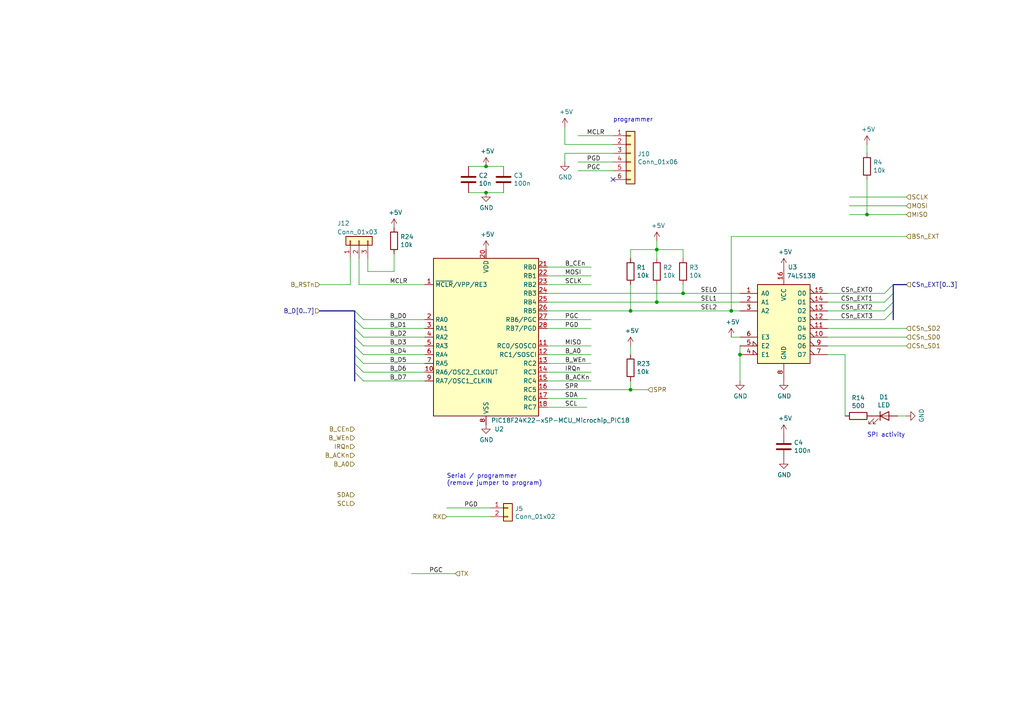
<source format=kicad_sch>
(kicad_sch (version 20211123) (generator eeschema)
  (paper "A4")
  (lib_symbols
    (symbol "74xx:74LS138" (pin_names (offset 1.016))
      (property "Reference" "U" (at -7.62 11.43 0))
      (property "Value" "74LS138" (at -7.62 -13.97 0))
      (symbol "74LS138_1_0"
        (pin input line (at -12.7 7.62 0) (length 5.08) (name "A0") (number "1"))
        (pin output output_low (at 12.7 -5.08 180) (length 5.08) (name "O5") (number "10"))
        (pin output output_low (at 12.7 -2.54 180) (length 5.08) (name "O4") (number "11"))
        (pin output output_low (at 12.7 0 180) (length 5.08) (name "O3") (number "12"))
        (pin output output_low (at 12.7 2.54 180) (length 5.08) (name "O2") (number "13"))
        (pin output output_low (at 12.7 5.08 180) (length 5.08) (name "O1") (number "14"))
        (pin output output_low (at 12.7 7.62 180) (length 5.08) (name "O0") (number "15"))
        (pin power_in line (at 0 15.24 270) (length 5.08) (name "VCC") (number "16"))
        (pin input line (at -12.7 5.08 0) (length 5.08) (name "A1") (number "2"))
        (pin input line (at -12.7 2.54 0) (length 5.08) (name "A2") (number "3"))
        (pin input input_low (at -12.7 -10.16 0) (length 5.08) (name "E1") (number "4"))
        (pin input input_low (at -12.7 -7.62 0) (length 5.08) (name "E2") (number "5"))
        (pin input line (at -12.7 -5.08 0) (length 5.08) (name "E3") (number "6"))
        (pin output output_low (at 12.7 -10.16 180) (length 5.08) (name "O7") (number "7"))
        (pin power_in line (at 0 -17.78 90) (length 5.08) (name "GND") (number "8"))
        (pin output output_low (at 12.7 -7.62 180) (length 5.08) (name "O6") (number "9"))
      )
      (symbol "74LS138_1_1"
        (rectangle (start -7.62 10.16) (end 7.62 -12.7) (stroke (width 0.254)) (fill (type background)))
      )
    )
    (symbol "Connector_Generic:Conn_01x02" (pin_names (offset 1.016) hide)
      (property "Reference" "J" (at 0 2.54 0))
      (property "Value" "Conn_01x02" (at 0 -5.08 0))
      (symbol "Conn_01x02_1_1"
        (rectangle (start -1.27 -2.413) (end 0 -2.667) (stroke (width 0.1524)))
        (rectangle (start -1.27 0.127) (end 0 -0.127) (stroke (width 0.1524)))
        (rectangle (start -1.27 1.27) (end 1.27 -3.81) (stroke (width 0.254)) (fill (type background)))
        (pin passive line (at -5.08 0 0) (length 3.81) (name "Pin_1") (number "1"))
        (pin passive line (at -5.08 -2.54 0) (length 3.81) (name "Pin_2") (number "2"))
      )
    )
    (symbol "Connector_Generic:Conn_01x03" (pin_names (offset 1.016) hide)
      (property "Reference" "J" (at 0 5.08 0))
      (property "Value" "Conn_01x03" (at 0 -5.08 0))
      (symbol "Conn_01x03_1_1"
        (rectangle (start -1.27 -2.413) (end 0 -2.667) (stroke (width 0.1524)))
        (rectangle (start -1.27 0.127) (end 0 -0.127) (stroke (width 0.1524)))
        (rectangle (start -1.27 2.667) (end 0 2.413) (stroke (width 0.1524)))
        (rectangle (start -1.27 3.81) (end 1.27 -3.81) (stroke (width 0.254)) (fill (type background)))
        (pin passive line (at -5.08 2.54 0) (length 3.81) (name "Pin_1") (number "1"))
        (pin passive line (at -5.08 0 0) (length 3.81) (name "Pin_2") (number "2"))
        (pin passive line (at -5.08 -2.54 0) (length 3.81) (name "Pin_3") (number "3"))
      )
    )
    (symbol "Connector_Generic:Conn_01x06" (pin_names (offset 1.016) hide)
      (property "Reference" "J" (at 0 7.62 0))
      (property "Value" "Conn_01x06" (at 0 -10.16 0))
      (symbol "Conn_01x06_1_1"
        (rectangle (start -1.27 -7.493) (end 0 -7.747) (stroke (width 0.1524)))
        (rectangle (start -1.27 -4.953) (end 0 -5.207) (stroke (width 0.1524)))
        (rectangle (start -1.27 -2.413) (end 0 -2.667) (stroke (width 0.1524)))
        (rectangle (start -1.27 0.127) (end 0 -0.127) (stroke (width 0.1524)))
        (rectangle (start -1.27 2.667) (end 0 2.413) (stroke (width 0.1524)))
        (rectangle (start -1.27 5.207) (end 0 4.953) (stroke (width 0.1524)))
        (rectangle (start -1.27 6.35) (end 1.27 -8.89) (stroke (width 0.254)) (fill (type background)))
        (pin passive line (at -5.08 5.08 0) (length 3.81) (name "Pin_1") (number "1"))
        (pin passive line (at -5.08 2.54 0) (length 3.81) (name "Pin_2") (number "2"))
        (pin passive line (at -5.08 0 0) (length 3.81) (name "Pin_3") (number "3"))
        (pin passive line (at -5.08 -2.54 0) (length 3.81) (name "Pin_4") (number "4"))
        (pin passive line (at -5.08 -5.08 0) (length 3.81) (name "Pin_5") (number "5"))
        (pin passive line (at -5.08 -7.62 0) (length 3.81) (name "Pin_6") (number "6"))
      )
    )
    (symbol "Device:C" (pin_numbers hide) (pin_names (offset 0.254))
      (property "Reference" "C" (at 0.635 2.54 0))
      (property "Value" "C" (at 0.635 -2.54 0))
      (symbol "C_0_1"
        (polyline (pts (xy -2.032 -0.762) (xy 2.032 -0.762)) (stroke (width 0.508)))
        (polyline (pts (xy -2.032 0.762) (xy 2.032 0.762)) (stroke (width 0.508)))
      )
      (symbol "C_1_1"
        (pin passive line (at 0 3.81 270) (length 2.794) (name "~") (number "1"))
        (pin passive line (at 0 -3.81 90) (length 2.794) (name "~") (number "2"))
      )
    )
    (symbol "Device:LED" (pin_numbers hide) (pin_names (offset 1.016) hide)
      (property "Reference" "D" (at 0 2.54 0))
      (property "Value" "LED" (at 0 -2.54 0))
      (symbol "LED_0_1"
        (polyline (pts (xy -1.27 -1.27) (xy -1.27 1.27)) (stroke (width 0.254)))
        (polyline (pts (xy -1.27 0) (xy 1.27 0)))
        (polyline (pts (xy 1.27 -1.27) (xy 1.27 1.27) (xy -1.27 0) (xy 1.27 -1.27)) (stroke (width 0.254)))
        (polyline (pts (xy -3.048 -0.762) (xy -4.572 -2.286) (xy -3.81 -2.286) (xy -4.572 -2.286) (xy -4.572 -1.524)))
        (polyline (pts (xy -1.778 -0.762) (xy -3.302 -2.286) (xy -2.54 -2.286) (xy -3.302 -2.286) (xy -3.302 -1.524)))
      )
      (symbol "LED_1_1"
        (pin passive line (at -3.81 0 0) (length 2.54) (name "K") (number "1"))
        (pin passive line (at 3.81 0 180) (length 2.54) (name "A") (number "2"))
      )
    )
    (symbol "Device:R" (pin_numbers hide) (pin_names (offset 0))
      (property "Reference" "R" (at 2.032 0 90))
      (property "Value" "R" (at 0 0 90))
      (symbol "R_0_1"
        (rectangle (start -1.016 -2.54) (end 1.016 2.54) (stroke (width 0.254)))
      )
      (symbol "R_1_1"
        (pin passive line (at 0 3.81 270) (length 1.27) (name "~") (number "1"))
        (pin passive line (at 0 -3.81 90) (length 1.27) (name "~") (number "2"))
      )
    )
    (symbol "pic18f24k22-xSP:PIC18F24K22-xSP-MCU_Microchip_PIC18"
      (property "Reference" "U" (at -12.7 25.4 0))
      (property "Value" "PIC18F24K22-xSP-MCU_Microchip_PIC18" (at 12.7 25.4 0))
      (symbol "PIC18F24K22-xSP-MCU_Microchip_PIC18_1_1"
        (rectangle (start -15.24 22.86) (end 15.24 -22.86) (stroke (width 0.254)) (fill (type background)))
        (pin input line (at -17.78 15.24 0) (length 2.54) (name "~{MCLR}/VPP/RE3") (number "1"))
        (pin bidirectional line (at -17.78 -10.16 0) (length 2.54) (name "RA6/OSC2_CLKOUT") (number "10"))
        (pin bidirectional line (at 17.78 -2.54 180) (length 2.54) (name "RC0/SOSCO") (number "11"))
        (pin bidirectional line (at 17.78 -5.08 180) (length 2.54) (name "RC1/SOSCI") (number "12"))
        (pin bidirectional line (at 17.78 -7.62 180) (length 2.54) (name "RC2") (number "13"))
        (pin bidirectional line (at 17.78 -10.16 180) (length 2.54) (name "RC3") (number "14"))
        (pin bidirectional line (at 17.78 -12.7 180) (length 2.54) (name "RC4") (number "15"))
        (pin bidirectional line (at 17.78 -15.24 180) (length 2.54) (name "RC5") (number "16"))
        (pin bidirectional line (at 17.78 -17.78 180) (length 2.54) (name "RC6") (number "17"))
        (pin bidirectional line (at 17.78 -20.32 180) (length 2.54) (name "RC7") (number "18"))
        (pin passive line (at 0 -25.4 90) (length 2.54) hide (name "VSS") (number "19"))
        (pin bidirectional line (at -17.78 5.08 0) (length 2.54) (name "RA0") (number "2"))
        (pin power_in line (at 0 25.4 270) (length 2.54) (name "VDD") (number "20"))
        (pin bidirectional line (at 17.78 20.32 180) (length 2.54) (name "RB0") (number "21"))
        (pin bidirectional line (at 17.78 17.78 180) (length 2.54) (name "RB1") (number "22"))
        (pin bidirectional line (at 17.78 15.24 180) (length 2.54) (name "RB2") (number "23"))
        (pin bidirectional line (at 17.78 12.7 180) (length 2.54) (name "RB3") (number "24"))
        (pin bidirectional line (at 17.78 10.16 180) (length 2.54) (name "RB4") (number "25"))
        (pin bidirectional line (at 17.78 7.62 180) (length 2.54) (name "RB5") (number "26"))
        (pin bidirectional line (at 17.78 5.08 180) (length 2.54) (name "RB6/PGC") (number "27"))
        (pin bidirectional line (at 17.78 2.54 180) (length 2.54) (name "RB7/PGD") (number "28"))
        (pin bidirectional line (at -17.78 2.54 0) (length 2.54) (name "RA1") (number "3"))
        (pin bidirectional line (at -17.78 0 0) (length 2.54) (name "RA2") (number "4"))
        (pin bidirectional line (at -17.78 -2.54 0) (length 2.54) (name "RA3") (number "5"))
        (pin bidirectional line (at -17.78 -5.08 0) (length 2.54) (name "RA4") (number "6"))
        (pin bidirectional line (at -17.78 -7.62 0) (length 2.54) (name "RA5") (number "7"))
        (pin power_in line (at 0 -25.4 90) (length 2.54) (name "VSS") (number "8"))
        (pin bidirectional line (at -17.78 -12.7 0) (length 2.54) (name "RA7/OSC1_CLKIN") (number "9"))
      )
    )
    (symbol "power:+5V" (power) (pin_names (offset 0))
      (property "Value" "+5V" (at 0 3.556 0))
      (symbol "+5V_0_1"
        (polyline (pts (xy -0.762 1.27) (xy 0 2.54)))
        (polyline (pts (xy 0 0) (xy 0 2.54)))
        (polyline (pts (xy 0 2.54) (xy 0.762 1.27)))
      )
      (symbol "+5V_1_1"
        (pin power_in line (at 0 0 90) (length 0) hide (name "+5V") (number "1"))
      )
    )
    (symbol "power:GND" (power) (pin_names (offset 0))
      (property "Value" "GND" (at 0 -3.81 0))
      (symbol "GND_0_1"
        (polyline (pts (xy 0 0) (xy 0 -1.27) (xy 1.27 -1.27) (xy 0 -2.54) (xy -1.27 -1.27) (xy 0 -1.27)))
      )
      (symbol "GND_1_1"
        (pin power_in line (at 0 0 270) (length 0) hide (name "GND") (number "1"))
      )
    )
  )
  (junction (at 140.97 48.26))
  (junction (at 182.88 113.03))
  (junction (at 140.97 55.88))
  (junction (at 190.5 72.39))
  (junction (at 212.09 90.17))
  (junction (at 182.88 90.17))
  (junction (at 198.12 85.09))
  (junction (at 190.5 87.63))
  (junction (at 214.63 102.87))
  (junction (at 251.46 62.23))
  (no_connect (at 177.8 52.07))
  (bus_entry (at 256.54 92.71) (size 2.54 -2.54))
  (bus_entry (at 102.87 107.95) (size 2.54 2.54))
  (bus_entry (at 102.87 90.17) (size 2.54 2.54))
  (bus_entry (at 256.54 85.09) (size 2.54 -2.54))
  (bus_entry (at 102.87 97.79) (size 2.54 2.54))
  (bus_entry (at 102.87 100.33) (size 2.54 2.54))
  (bus_entry (at 102.87 95.25) (size 2.54 2.54))
  (bus_entry (at 102.87 105.41) (size 2.54 2.54))
  (bus_entry (at 256.54 87.63) (size 2.54 -2.54))
  (bus_entry (at 102.87 92.71) (size 2.54 2.54))
  (bus_entry (at 256.54 90.17) (size 2.54 -2.54))
  (bus_entry (at 102.87 102.87) (size 2.54 2.54))
  (wire (pts (xy 92.71 82.55) (xy 101.6 82.55)))
  (wire (pts (xy 212.09 68.58) (xy 262.89 68.58)))
  (wire (pts (xy 171.45 77.47) (xy 158.75 77.47)))
  (wire (pts (xy 167.64 49.53) (xy 177.8 49.53)))
  (wire (pts (xy 163.83 46.99) (xy 163.83 44.45)))
  (wire (pts (xy 135.89 55.88) (xy 140.97 55.88)))
  (wire (pts (xy 240.03 102.87) (xy 245.11 102.87)))
  (wire (pts (xy 171.45 82.55) (xy 158.75 82.55)))
  (wire (pts (xy 240.03 95.25) (xy 262.89 95.25)))
  (wire (pts (xy 171.45 95.25) (xy 158.75 95.25)))
  (wire (pts (xy 260.35 120.65) (xy 262.89 120.65)))
  (wire (pts (xy 132.08 166.37) (xy 119.38 166.37)))
  (wire (pts (xy 163.83 36.83) (xy 163.83 41.91)))
  (wire (pts (xy 158.75 115.57) (xy 170.18 115.57)))
  (bus (pts (xy 102.87 105.41) (xy 102.87 107.95)))
  (wire (pts (xy 140.97 48.26) (xy 146.05 48.26)))
  (bus (pts (xy 259.08 82.55) (xy 262.89 82.55)))
  (wire (pts (xy 190.5 72.39) (xy 190.5 69.85)))
  (wire (pts (xy 190.5 87.63) (xy 190.5 82.55)))
  (wire (pts (xy 256.54 92.71) (xy 240.03 92.71)))
  (wire (pts (xy 182.88 72.39) (xy 190.5 72.39)))
  (wire (pts (xy 182.88 90.17) (xy 182.88 82.55)))
  (wire (pts (xy 158.75 90.17) (xy 182.88 90.17)))
  (bus (pts (xy 102.87 92.71) (xy 102.87 95.25)))
  (wire (pts (xy 105.41 100.33) (xy 123.19 100.33)))
  (wire (pts (xy 171.45 110.49) (xy 158.75 110.49)))
  (wire (pts (xy 105.41 97.79) (xy 123.19 97.79)))
  (wire (pts (xy 142.24 147.32) (xy 129.54 147.32)))
  (wire (pts (xy 158.75 87.63) (xy 190.5 87.63)))
  (bus (pts (xy 102.87 102.87) (xy 102.87 105.41)))
  (wire (pts (xy 158.75 118.11) (xy 170.18 118.11)))
  (wire (pts (xy 251.46 41.91) (xy 251.46 44.45)))
  (wire (pts (xy 105.41 92.71) (xy 123.19 92.71)))
  (wire (pts (xy 129.54 149.86) (xy 142.24 149.86)))
  (wire (pts (xy 212.09 90.17) (xy 212.09 68.58)))
  (bus (pts (xy 102.87 107.95) (xy 102.87 110.49)))
  (wire (pts (xy 101.6 82.55) (xy 101.6 74.93)))
  (bus (pts (xy 259.08 82.55) (xy 259.08 85.09)))
  (bus (pts (xy 102.87 100.33) (xy 102.87 102.87)))
  (wire (pts (xy 171.45 102.87) (xy 158.75 102.87)))
  (wire (pts (xy 182.88 110.49) (xy 182.88 113.03)))
  (wire (pts (xy 105.41 107.95) (xy 123.19 107.95)))
  (wire (pts (xy 114.3 78.74) (xy 114.3 73.66)))
  (wire (pts (xy 240.03 100.33) (xy 262.89 100.33)))
  (wire (pts (xy 256.54 85.09) (xy 240.03 85.09)))
  (wire (pts (xy 182.88 90.17) (xy 212.09 90.17)))
  (wire (pts (xy 246.38 57.15) (xy 262.89 57.15)))
  (wire (pts (xy 214.63 100.33) (xy 214.63 102.87)))
  (wire (pts (xy 212.09 90.17) (xy 214.63 90.17)))
  (bus (pts (xy 102.87 97.79) (xy 102.87 100.33)))
  (bus (pts (xy 259.08 85.09) (xy 259.08 87.63)))
  (bus (pts (xy 92.71 90.17) (xy 102.87 90.17)))
  (wire (pts (xy 105.41 110.49) (xy 123.19 110.49)))
  (wire (pts (xy 171.45 92.71) (xy 158.75 92.71)))
  (wire (pts (xy 171.45 107.95) (xy 158.75 107.95)))
  (wire (pts (xy 105.41 102.87) (xy 123.19 102.87)))
  (wire (pts (xy 240.03 97.79) (xy 262.89 97.79)))
  (wire (pts (xy 256.54 87.63) (xy 240.03 87.63)))
  (wire (pts (xy 158.75 85.09) (xy 198.12 85.09)))
  (bus (pts (xy 102.87 95.25) (xy 102.87 97.79)))
  (wire (pts (xy 171.45 105.41) (xy 158.75 105.41)))
  (wire (pts (xy 246.38 59.69) (xy 262.89 59.69)))
  (wire (pts (xy 135.89 48.26) (xy 140.97 48.26)))
  (bus (pts (xy 102.87 90.17) (xy 102.87 92.71)))
  (wire (pts (xy 140.97 55.88) (xy 146.05 55.88)))
  (wire (pts (xy 190.5 72.39) (xy 198.12 72.39)))
  (wire (pts (xy 105.41 95.25) (xy 123.19 95.25)))
  (wire (pts (xy 182.88 100.33) (xy 182.88 102.87)))
  (wire (pts (xy 104.14 74.93) (xy 104.14 82.55)))
  (wire (pts (xy 198.12 85.09) (xy 198.12 82.55)))
  (wire (pts (xy 171.45 100.33) (xy 158.75 100.33)))
  (wire (pts (xy 104.14 82.55) (xy 123.19 82.55)))
  (wire (pts (xy 171.45 80.01) (xy 158.75 80.01)))
  (wire (pts (xy 212.09 97.79) (xy 214.63 97.79)))
  (wire (pts (xy 246.38 62.23) (xy 251.46 62.23)))
  (wire (pts (xy 163.83 44.45) (xy 177.8 44.45)))
  (wire (pts (xy 198.12 72.39) (xy 198.12 74.93)))
  (bus (pts (xy 259.08 90.17) (xy 259.08 92.71)))
  (wire (pts (xy 182.88 113.03) (xy 187.96 113.03)))
  (wire (pts (xy 190.5 74.93) (xy 190.5 72.39)))
  (wire (pts (xy 163.83 41.91) (xy 177.8 41.91)))
  (wire (pts (xy 106.68 74.93) (xy 106.68 78.74)))
  (wire (pts (xy 106.68 78.74) (xy 114.3 78.74)))
  (wire (pts (xy 214.63 102.87) (xy 214.63 110.49)))
  (wire (pts (xy 105.41 105.41) (xy 123.19 105.41)))
  (wire (pts (xy 198.12 85.09) (xy 214.63 85.09)))
  (wire (pts (xy 190.5 87.63) (xy 214.63 87.63)))
  (wire (pts (xy 182.88 74.93) (xy 182.88 72.39)))
  (bus (pts (xy 259.08 87.63) (xy 259.08 90.17)))
  (wire (pts (xy 167.64 46.99) (xy 177.8 46.99)))
  (wire (pts (xy 167.64 39.37) (xy 177.8 39.37)))
  (wire (pts (xy 256.54 90.17) (xy 240.03 90.17)))
  (wire (pts (xy 245.11 102.87) (xy 245.11 120.65)))
  (wire (pts (xy 251.46 62.23) (xy 251.46 52.07)))
  (wire (pts (xy 158.75 113.03) (xy 182.88 113.03)))
  (wire (pts (xy 251.46 62.23) (xy 262.89 62.23)))
  (text "programmer" (at 177.8 35.56 0) (effects (font (size 1.27 1.27)) (justify left bottom)))
  (text "Serial / programmer\n(remove jumper to program)" (at 129.54 140.97 0) (effects (font (size 1.27 1.27)) (justify left bottom)))
  (text "SPI activity" (at 251.46 127 0) (effects (font (size 1.27 1.27)) (justify left bottom)))
  (label "PGC" (at 124.46 166.37 0))
  (label "SDA" (at 163.83 115.57 0))
  (label "MISO" (at 163.83 100.33 0))
  (label "MCLR" (at 113.03 82.55 0))
  (label "PGD" (at 163.83 95.25 0))
  (label "PGC" (at 163.83 92.71 0))
  (label "SCL" (at 163.83 118.11 0))
  (label "PGC" (at 170.18 49.53 0))
  (label "IRQn" (at 163.83 107.95 0))
  (label "SEL2" (at 203.2 90.17 0))
  (label "SEL1" (at 203.2 87.63 0))
  (label "B_ACKn" (at 163.83 110.49 0))
  (label "B_D4" (at 113.03 102.87 0))
  (label "MOSI" (at 163.83 80.01 0))
  (label "SPR" (at 163.83 113.03 0))
  (label "CSn_EXT1" (at 243.84 87.63 0))
  (label "B_D3" (at 113.03 100.33 0))
  (label "SEL0" (at 203.2 85.09 0))
  (label "B_CEn" (at 163.83 77.47 0))
  (label "B_D6" (at 113.03 107.95 0))
  (label "B_D5" (at 113.03 105.41 0))
  (label "B_D0" (at 113.03 92.71 0))
  (label "CSn_EXT0" (at 243.84 85.09 0))
  (label "CSn_EXT2" (at 243.84 90.17 0))
  (label "B_A0" (at 163.83 102.87 0))
  (label "MCLR" (at 170.18 39.37 0))
  (label "B_D1" (at 113.03 95.25 0))
  (label "B_WEn" (at 163.83 105.41 0))
  (label "CSn_EXT3" (at 243.84 92.71 0))
  (label "SCLK" (at 163.83 82.55 0))
  (label "PGD" (at 134.62 147.32 0))
  (label "PGD" (at 170.18 46.99 0))
  (label "B_D2" (at 113.03 97.79 0))
  (label "B_D7" (at 113.03 110.49 0))
  (hierarchical_label "BSn_EXT" (shape input) (at 262.89 68.58 0))
  (hierarchical_label "MOSI" (shape input) (at 262.89 59.69 0))
  (hierarchical_label "B_D[0..7]" (shape input) (at 92.71 90.17 180))
  (hierarchical_label "B_CEn" (shape input) (at 102.87 124.46 180))
  (hierarchical_label "TX" (shape input) (at 132.08 166.37 0))
  (hierarchical_label "IRQn" (shape input) (at 102.87 129.54 180))
  (hierarchical_label "SPR" (shape input) (at 187.96 113.03 0))
  (hierarchical_label "CSn_SD0" (shape input) (at 262.89 97.79 0))
  (hierarchical_label "MISO" (shape input) (at 262.89 62.23 0))
  (hierarchical_label "B_A0" (shape input) (at 102.87 134.62 180))
  (hierarchical_label "SDA" (shape input) (at 102.87 143.51 180))
  (hierarchical_label "B_RSTn" (shape input) (at 92.71 82.55 180))
  (hierarchical_label "B_WEn" (shape input) (at 102.87 127 180))
  (hierarchical_label "SCLK" (shape input) (at 262.89 57.15 0))
  (hierarchical_label "B_ACKn" (shape input) (at 102.87 132.08 180))
  (hierarchical_label "RX" (shape input) (at 129.54 149.86 180))
  (hierarchical_label "CSn_SD1" (shape input) (at 262.89 100.33 0))
  (hierarchical_label "CSn_SD2" (shape input) (at 262.89 95.25 0))
  (hierarchical_label "CSn_EXT[0..3]" (shape input) (at 262.89 82.55 0))
  (hierarchical_label "SCL" (shape input) (at 102.87 146.05 180))
  (symbol (lib_id "pic18f24k22-xSP:PIC18F24K22-xSP-MCU_Microchip_PIC18") (at 140.97 97.79 0) (unit 1)
    (property "Reference" "U2" (at 144.78 124.46 0))
    (property "Value" "PIC18F24K22-xSP-MCU_Microchip_PIC18" (at 162.56 121.92 0))
    (property "Footprint" "Package_DIP:DIP-28_W7.62mm_Socket" (effects hide))
  )
  (symbol (lib_id "power:+5V") (at 190.5 69.85 0) (unit 1)
    (property "Reference" "#PWR0108" (effects hide))
    (property "Value" "+5V" (at 190.881 65.4558 0))
  )
  (symbol (lib_id "Device:R") (at 198.12 78.74 180) (unit 1)
    (property "Reference" "R3" (at 199.898 77.5716 0) (effects (justify right)))
    (property "Value" "10k" (at 199.898 79.883 0) (effects (justify right)))
    (property "Footprint" "Resistor_THT:R_Axial_DIN0204_L3.6mm_D1.6mm_P7.62mm_Horizontal" (effects hide))
  )
  (symbol (lib_id "74xx:74LS138") (at 227.33 92.71 0) (unit 1)
    (property "Reference" "U3" (at 229.87 77.47 0))
    (property "Value" "74LS138" (at 232.41 80.01 0))
    (property "Footprint" "Package_DIP:DIP-16_W7.62mm_Socket" (effects hide))
    (property "Datasheet" "http://www.ti.com/lit/gpn/sn74LS138" (effects hide))
  )
  (symbol (lib_id "power:+5V") (at 227.33 77.47 0) (unit 1)
    (property "Reference" "#PWR0109" (effects hide))
    (property "Value" "+5V" (at 227.711 73.0758 0))
  )
  (symbol (lib_id "power:GND") (at 227.33 110.49 0) (unit 1)
    (property "Reference" "#PWR0110" (effects hide))
    (property "Value" "GND" (at 227.457 114.8842 0))
  )
  (symbol (lib_id "power:GND") (at 214.63 110.49 0) (unit 1)
    (property "Reference" "#PWR0111" (effects hide))
    (property "Value" "GND" (at 214.757 114.8842 0))
  )
  (symbol (lib_id "power:+5V") (at 212.09 97.79 0) (unit 1)
    (property "Reference" "#PWR0112" (effects hide))
    (property "Value" "+5V" (at 212.471 93.3958 0))
  )
  (symbol (lib_id "Device:R") (at 190.5 78.74 180) (unit 1)
    (property "Reference" "R2" (at 192.278 77.5716 0) (effects (justify right)))
    (property "Value" "10k" (at 192.278 79.883 0) (effects (justify right)))
    (property "Footprint" "Resistor_THT:R_Axial_DIN0204_L3.6mm_D1.6mm_P7.62mm_Horizontal" (effects hide))
  )
  (symbol (lib_id "Device:R") (at 182.88 78.74 180) (unit 1)
    (property "Reference" "R1" (at 184.658 77.5716 0) (effects (justify right)))
    (property "Value" "10k" (at 184.658 79.883 0) (effects (justify right)))
    (property "Footprint" "Resistor_THT:R_Axial_DIN0204_L3.6mm_D1.6mm_P7.62mm_Horizontal" (effects hide))
  )
  (symbol (lib_id "power:+5V") (at 227.33 125.73 0) (unit 1)
    (property "Reference" "#PWR0113" (effects hide))
    (property "Value" "+5V" (at 227.711 121.3358 0))
  )
  (symbol (lib_id "Device:C") (at 227.33 129.54 0) (unit 1)
    (property "Reference" "C4" (at 230.251 128.3716 0) (effects (justify left)))
    (property "Value" "100n" (at 230.251 130.683 0) (effects (justify left)))
    (property "Footprint" "Capacitor_THT:C_Disc_D4.3mm_W1.9mm_P5.00mm" (effects hide))
  )
  (symbol (lib_id "power:GND") (at 227.33 133.35 0) (unit 1)
    (property "Reference" "#PWR0114" (effects hide))
    (property "Value" "GND" (at 227.457 137.7442 0))
  )
  (symbol (lib_id "Device:R") (at 251.46 48.26 0) (unit 1)
    (property "Reference" "R4" (at 253.238 47.0916 0) (effects (justify left)))
    (property "Value" "10k" (at 253.238 49.403 0) (effects (justify left)))
    (property "Footprint" "Resistor_THT:R_Axial_DIN0204_L3.6mm_D1.6mm_P7.62mm_Horizontal" (effects hide))
  )
  (symbol (lib_id "power:+5V") (at 251.46 41.91 0) (unit 1)
    (property "Reference" "#PWR0115" (effects hide))
    (property "Value" "+5V" (at 251.841 37.5158 0))
  )
  (symbol (lib_id "power:GND") (at 140.97 123.19 0) (unit 1)
    (property "Reference" "#PWR0116" (effects hide))
    (property "Value" "GND" (at 141.097 127.5842 0))
  )
  (symbol (lib_id "power:+5V") (at 140.97 72.39 0) (unit 1)
    (property "Reference" "#PWR0117" (effects hide))
    (property "Value" "+5V" (at 141.351 67.9958 0))
  )
  (symbol (lib_id "power:+5V") (at 140.97 48.26 0) (unit 1)
    (property "Reference" "#PWR0118" (effects hide))
    (property "Value" "+5V" (at 141.351 43.8658 0))
  )
  (symbol (lib_id "Device:C") (at 135.89 52.07 0) (unit 1)
    (property "Reference" "C2" (at 138.811 50.9016 0) (effects (justify left)))
    (property "Value" "10n" (at 138.811 53.213 0) (effects (justify left)))
    (property "Footprint" "Capacitor_THT:C_Disc_D4.3mm_W1.9mm_P5.00mm" (effects hide))
  )
  (symbol (lib_id "power:GND") (at 140.97 55.88 0) (unit 1)
    (property "Reference" "#PWR0119" (effects hide))
    (property "Value" "GND" (at 141.097 60.2742 0))
  )
  (symbol (lib_id "Device:C") (at 146.05 52.07 0) (unit 1)
    (property "Reference" "C3" (at 148.971 50.9016 0) (effects (justify left)))
    (property "Value" "100n" (at 148.971 53.213 0) (effects (justify left)))
    (property "Footprint" "Capacitor_THT:C_Disc_D4.3mm_W1.9mm_P5.00mm" (effects hide))
  )
  (symbol (lib_id "Connector_Generic:Conn_01x06") (at 182.88 44.45 0) (unit 1)
    (property "Reference" "J10" (at 184.912 44.6532 0) (effects (justify left)))
    (property "Value" "Conn_01x06" (at 184.912 46.9646 0) (effects (justify left)))
    (property "Footprint" "Connector_PinHeader_2.54mm:PinHeader_1x06_P2.54mm_Vertical" (effects hide))
  )
  (symbol (lib_id "power:+5V") (at 163.83 36.83 0) (unit 1)
    (property "Reference" "#PWR0152" (effects hide))
    (property "Value" "+5V" (at 164.211 32.4358 0))
  )
  (symbol (lib_id "power:GND") (at 163.83 46.99 0) (unit 1)
    (property "Reference" "#PWR0153" (effects hide))
    (property "Value" "GND" (at 163.957 51.3842 0))
  )
  (symbol (lib_id "Device:LED") (at 256.54 120.65 0) (unit 1)
    (property "Reference" "D1" (at 256.3622 115.1636 0))
    (property "Value" "LED" (at 256.3622 117.475 0))
    (property "Footprint" "LED_THT:LED_D3.0mm" (effects hide))
  )
  (symbol (lib_id "Device:R") (at 248.92 120.65 270) (unit 1)
    (property "Reference" "R14" (at 248.92 115.3922 90))
    (property "Value" "500" (at 248.92 117.7036 90))
    (property "Footprint" "Resistor_THT:R_Axial_DIN0204_L3.6mm_D1.6mm_P7.62mm_Horizontal" (effects hide))
  )
  (symbol (lib_id "power:GND") (at 262.89 120.65 90) (unit 1)
    (property "Reference" "#PWR0120" (effects hide))
    (property "Value" "GND" (at 267.2842 120.523 0))
  )
  (symbol (lib_id "Connector_Generic:Conn_01x02") (at 147.32 147.32 0) (unit 1)
    (property "Reference" "J5" (at 149.352 147.5232 0) (effects (justify left)))
    (property "Value" "Conn_01x02" (at 149.352 149.8346 0) (effects (justify left)))
    (property "Footprint" "Connector_PinHeader_2.54mm:PinHeader_1x02_P2.54mm_Vertical" (effects hide))
  )
  (symbol (lib_id "Device:R") (at 182.88 106.68 180) (unit 1)
    (property "Reference" "R23" (at 184.658 105.5116 0) (effects (justify right)))
    (property "Value" "10k" (at 184.658 107.823 0) (effects (justify right)))
    (property "Footprint" "Resistor_THT:R_Axial_DIN0204_L3.6mm_D1.6mm_P7.62mm_Horizontal" (effects hide))
  )
  (symbol (lib_id "power:+5V") (at 114.3 66.04 0) (unit 1)
    (property "Reference" "#PWR0145" (effects hide))
    (property "Value" "+5V" (at 114.681 61.6458 0))
  )
  (symbol (lib_id "Connector_Generic:Conn_01x03") (at 104.14 69.85 90) (unit 1)
    (property "Reference" "J12" (at 97.79 64.77 90) (effects (justify right)))
    (property "Value" "Conn_01x03" (at 97.79 67.3069 90) (effects (justify right)))
    (property "Footprint" "Connector_PinHeader_2.54mm:PinHeader_1x03_P2.54mm_Vertical" (effects hide))
  )
  (symbol (lib_id "Device:R") (at 114.3 69.85 180) (unit 1)
    (property "Reference" "R24" (at 116.078 68.6816 0) (effects (justify right)))
    (property "Value" "10k" (at 116.078 70.993 0) (effects (justify right)))
    (property "Footprint" "Resistor_THT:R_Axial_DIN0204_L3.6mm_D1.6mm_P7.62mm_Horizontal" (effects hide))
  )
  (symbol (lib_id "power:+5V") (at 182.88 100.33 0) (unit 1)
    (property "Reference" "#PWR0143" (effects hide))
    (property "Value" "+5V" (at 183.261 95.9358 0))
  )
)
</source>
